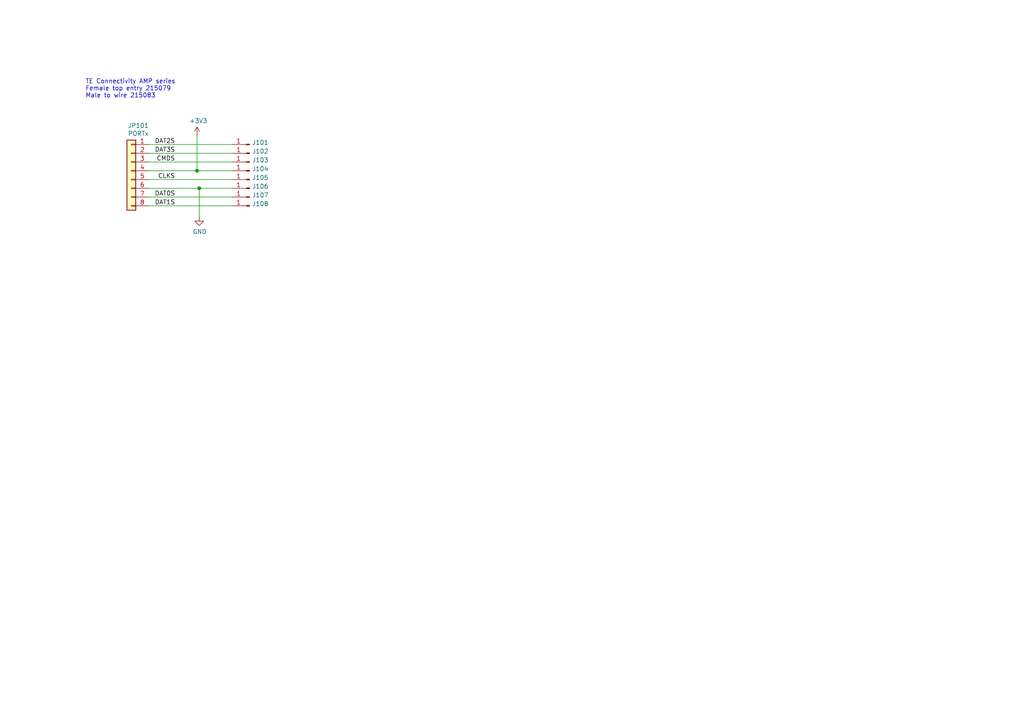
<source format=kicad_sch>
(kicad_sch (version 20200608) (host eeschema "(5.99.0-1973-g8c57821e9)")
  (page 1 1)
  (paper "A4")
  (lib_symbols
    (symbol "Connector:Conn_01x01_Male" (pin_names hide)
      (property "Reference" "J" (at 0 2.54 0))
      (property "Value" "Conn_01x01_Male" (at 0 -2.54 0))
      (symbol "Conn_01x01_Male_1_1"
        (rectangle (start 0.8636 0.127) (end 0 -0.127) (stroke (width 0.1524)) (fill (type outline)))
        (polyline (pts (xy 1.27 0) (xy 0.8636 0)) (stroke (width 0.1524)))
        (pin passive line (at 5.08 0 180) (length 3.81) (name "Pin_1") (number "1"))
      )
    )
    (symbol "Connector_Generic:Conn_01x08" (pin_names hide)
      (property "Reference" "J" (at 0 10.16 0))
      (property "Value" "Conn_01x08" (at 0 -12.7 0))
      (symbol "Conn_01x08_1_1"
        (rectangle (start -1.27 -4.953) (end 0 -5.207) (stroke (width 0.1524)))
        (rectangle (start -1.27 -7.493) (end 0 -7.747) (stroke (width 0.1524)))
        (rectangle (start -1.27 -10.033) (end 0 -10.287) (stroke (width 0.1524)))
        (rectangle (start -1.27 -2.413) (end 0 -2.667) (stroke (width 0.1524)))
        (rectangle (start -1.27 2.667) (end 0 2.413) (stroke (width 0.1524)))
        (rectangle (start -1.27 5.207) (end 0 4.953) (stroke (width 0.1524)))
        (rectangle (start -1.27 7.747) (end 0 7.493) (stroke (width 0.1524)))
        (rectangle (start -1.27 8.89) (end 1.27 -11.43) (stroke (width 0.254)) (fill (type background)))
        (rectangle (start -1.27 0.127) (end 0 -0.127) (stroke (width 0.1524)))
        (pin passive line (at -5.08 7.62 0) (length 3.81) (name "Pin_1") (number "1"))
        (pin passive line (at -5.08 5.08 0) (length 3.81) (name "Pin_2") (number "2"))
        (pin passive line (at -5.08 2.54 0) (length 3.81) (name "Pin_3") (number "3"))
        (pin passive line (at -5.08 0 0) (length 3.81) (name "Pin_4") (number "4"))
        (pin passive line (at -5.08 -2.54 0) (length 3.81) (name "Pin_5") (number "5"))
        (pin passive line (at -5.08 -5.08 0) (length 3.81) (name "Pin_6") (number "6"))
        (pin passive line (at -5.08 -7.62 0) (length 3.81) (name "Pin_7") (number "7"))
        (pin passive line (at -5.08 -10.16 0) (length 3.81) (name "Pin_8") (number "8"))
      )
    )
    (symbol "power:+3V3" (power) (pin_names (offset 0))
      (property "Value" "+3V3" (at 0 3.556 0))
      (symbol "+3V3_0_1"
        (polyline (pts (xy -0.762 1.27) (xy 0 2.54)))
        (polyline (pts (xy 0 0) (xy 0 2.54)))
        (polyline (pts (xy 0 2.54) (xy 0.762 1.27)))
      )
      (symbol "+3V3_1_1"
        (pin power_in line (at 0 0 90) (length 0) hide (name "+3V3") (number "1"))
      )
    )
    (symbol "power:GND" (power) (pin_names (offset 0))
      (property "Value" "GND" (at 0 -3.81 0))
      (symbol "GND_0_1"
        (polyline (pts (xy 0 0) (xy 0 -1.27) (xy 1.27 -1.27) (xy 0 -2.54) (xy -1.27 -1.27) (xy 0 -1.27)))
      )
      (symbol "GND_1_1"
        (pin power_in line (at 0 0 270) (length 0) hide (name "GND") (number "1"))
      )
    )
  )
  (junction (at 57.15 49.53))
  (junction (at 57.785 54.61))
  (wire (pts (xy 43.18 41.91) (xy 67.31 41.91)))
  (wire (pts (xy 43.18 44.45) (xy 67.31 44.45)))
  (wire (pts (xy 43.18 46.99) (xy 67.31 46.99)))
  (wire (pts (xy 43.18 49.53) (xy 57.15 49.53)))
  (wire (pts (xy 43.18 52.07) (xy 67.31 52.07)))
  (wire (pts (xy 43.18 54.61) (xy 57.785 54.61)))
  (wire (pts (xy 43.18 57.15) (xy 67.31 57.15)))
  (wire (pts (xy 43.18 59.69) (xy 67.31 59.69)))
  (wire (pts (xy 57.15 39.37) (xy 57.15 49.53)))
  (wire (pts (xy 57.15 49.53) (xy 67.31 49.53)))
  (wire (pts (xy 57.785 54.61) (xy 57.785 62.865)))
  (wire (pts (xy 57.785 54.61) (xy 67.31 54.61)))
  (text "TE Connectivity AMP series\nFemale top entry 215079\nMale to wire 215083" (at 24.765 28.575 0) (effects (font (size 1.27 1.27)) (justify left bottom)))
  (label "DAT2S" (at 50.8 41.91 180))
  (label "DAT3S" (at 50.8 44.45 180))
  (label "CMDS" (at 50.8 46.99 180))
  (label "CLKS" (at 50.8 52.07 180))
  (label "DAT0S" (at 50.8 57.15 180))
  (label "DAT1S" (at 50.8 59.69 180))
  (symbol (lib_id "power:+3V3") (at 57.15 39.37 0) (unit 1)
    (property "Reference" "#PWR0128" (effects hide))
    (property "Value" "+3V3" (at 57.5183 35.0456 0))
  )
  (symbol (lib_id "power:GND") (at 57.785 62.865 0) (unit 1)
    (property "Reference" "#PWR0131" (effects hide))
    (property "Value" "GND" (at 57.8993 67.1894 0))
  )
  (symbol (lib_id "Connector:Conn_01x01_Male") (at 72.39 41.91 180) (unit 1)
    (property "Reference" "J101" (at 73.1013 41.3512 0) (effects (justify right)))
    (property "Value" "Conn_01x01_Male" (effects hide))
    (property "Footprint" "footprints:Pin_2.9x0.8mm" (effects hide))
  )
  (symbol (lib_id "Connector:Conn_01x01_Male") (at 72.39 44.45 180) (unit 1)
    (property "Reference" "J102" (at 73.1013 43.8912 0) (effects (justify right)))
    (property "Value" "Conn_01x01_Male" (effects hide))
    (property "Footprint" "footprints:Pin_2.9x0.8mm" (effects hide))
  )
  (symbol (lib_id "Connector:Conn_01x01_Male") (at 72.39 46.99 180) (unit 1)
    (property "Reference" "J103" (at 73.1013 46.4312 0) (effects (justify right)))
    (property "Value" "Conn_01x01_Male" (effects hide))
    (property "Footprint" "footprints:Pin_2.9x0.8mm" (effects hide))
  )
  (symbol (lib_id "Connector:Conn_01x01_Male") (at 72.39 49.53 180) (unit 1)
    (property "Reference" "J104" (at 73.1013 48.9712 0) (effects (justify right)))
    (property "Value" "Conn_01x01_Male" (effects hide))
    (property "Footprint" "footprints:Pin_3.2x0.8mm" (effects hide))
  )
  (symbol (lib_id "Connector:Conn_01x01_Male") (at 72.39 52.07 180) (unit 1)
    (property "Reference" "J105" (at 73.1013 51.5112 0) (effects (justify right)))
    (property "Value" "Conn_01x01_Male" (effects hide))
    (property "Footprint" "footprints:Pin_2.9x0.8mm" (effects hide))
  )
  (symbol (lib_id "Connector:Conn_01x01_Male") (at 72.39 54.61 180) (unit 1)
    (property "Reference" "J106" (at 73.1013 54.0512 0) (effects (justify right)))
    (property "Value" "Conn_01x01_Male" (effects hide))
    (property "Footprint" "footprints:Pin_3.2x0.8mm" (effects hide))
  )
  (symbol (lib_id "Connector:Conn_01x01_Male") (at 72.39 57.15 180) (unit 1)
    (property "Reference" "J107" (at 73.1013 56.5912 0) (effects (justify right)))
    (property "Value" "Conn_01x01_Male" (effects hide))
    (property "Footprint" "footprints:Pin_2.9x0.8mm" (effects hide))
  )
  (symbol (lib_id "Connector:Conn_01x01_Male") (at 72.39 59.69 180) (unit 1)
    (property "Reference" "J108" (at 73.1013 59.1312 0) (effects (justify right)))
    (property "Value" "Conn_01x01_Male" (effects hide))
    (property "Footprint" "footprints:Pin_2.9x0.8mm" (effects hide))
  )
  (symbol (lib_id "Connector_Generic:Conn_01x08") (at 38.1 49.53 0) (mirror y) (unit 1)
    (property "Reference" "JP101" (at 40.132 36.43 0))
    (property "Value" "PORTx" (at 40.132 38.7285 0))
    (property "Footprint" "footprints:ConnectorMicromatch-8" (effects hide))
  )
)
</source>
